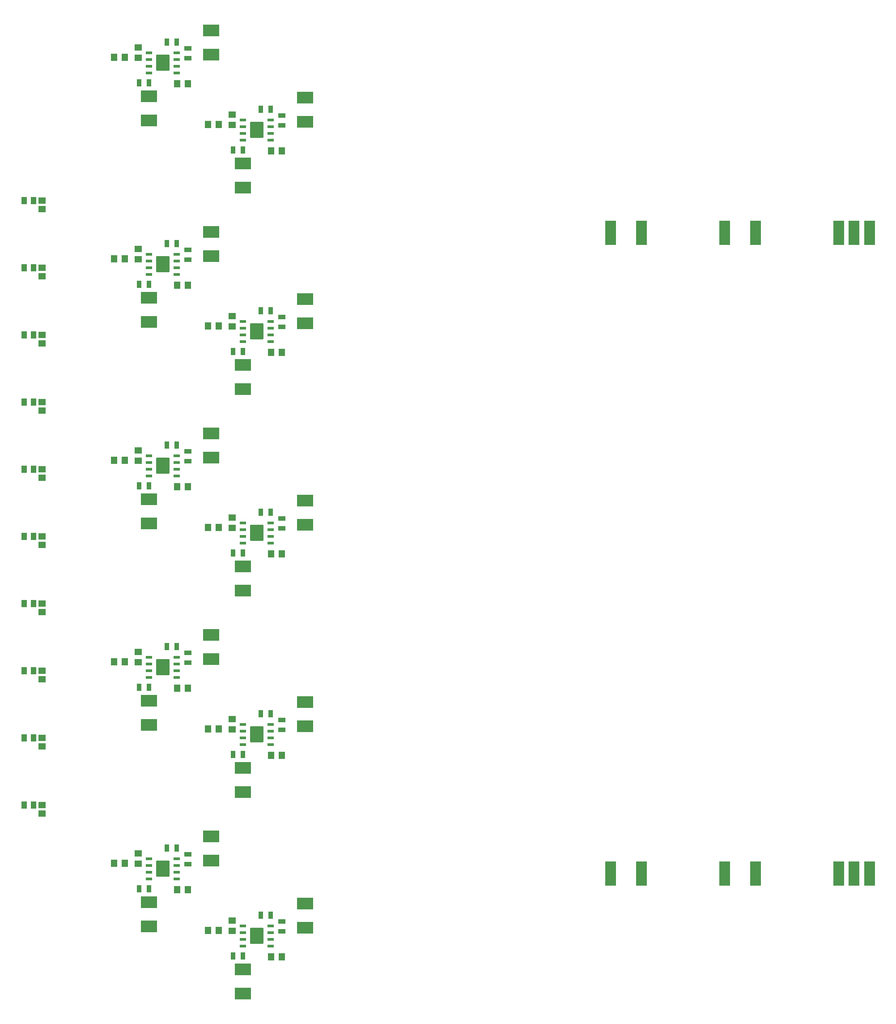
<source format=gbr>
%TF.GenerationSoftware,Altium Limited,Altium Designer,25.0.2 (28)*%
G04 Layer_Color=8421504*
%FSLAX45Y45*%
%MOMM*%
%TF.SameCoordinates,97F7605E-EDA1-4B57-83DE-D803DCB7673D*%
%TF.FilePolarity,Positive*%
%TF.FileFunction,Paste,Top*%
%TF.Part,Single*%
G01*
G75*
%TA.AperFunction,SMDPad,CuDef*%
%ADD10R,1.45000X1.20000*%
%ADD11R,1.20000X1.45000*%
%ADD12R,0.95000X1.40000*%
%ADD13R,2.03200X4.57200*%
G04:AMPARAMS|DCode=15|XSize=0.55mm|YSize=1.25mm|CornerRadius=0.0495mm|HoleSize=0mm|Usage=FLASHONLY|Rotation=90.000|XOffset=0mm|YOffset=0mm|HoleType=Round|Shape=RoundedRectangle|*
%AMROUNDEDRECTD15*
21,1,0.55000,1.15100,0,0,90.0*
21,1,0.45100,1.25000,0,0,90.0*
1,1,0.09900,0.57550,0.22550*
1,1,0.09900,0.57550,-0.22550*
1,1,0.09900,-0.57550,-0.22550*
1,1,0.09900,-0.57550,0.22550*
%
%ADD15ROUNDEDRECTD15*%
%ADD16R,3.04800X2.28600*%
%ADD17R,1.40000X0.95000*%
%ADD18R,1.45000X1.30000*%
%ADD19R,1.00000X1.35000*%
%TA.AperFunction,OtherPad,Pad U10-9 (88.9mm,80.01mm)*%
G04:AMPARAMS|DCode=55|XSize=2.49mm|YSize=3mm|CornerRadius=0.0498mm|HoleSize=0mm|Usage=FLASHONLY|Rotation=0.000|XOffset=0mm|YOffset=0mm|HoleType=Round|Shape=RoundedRectangle|*
%AMROUNDEDRECTD55*
21,1,2.49000,2.90040,0,0,0.0*
21,1,2.39040,3.00000,0,0,0.0*
1,1,0.09960,1.19520,-1.45020*
1,1,0.09960,-1.19520,-1.45020*
1,1,0.09960,-1.19520,1.45020*
1,1,0.09960,1.19520,1.45020*
%
%ADD55ROUNDEDRECTD55*%
%TA.AperFunction,OtherPad,Pad U2-9 (88.9mm,232.41mm)*%
G04:AMPARAMS|DCode=56|XSize=2.49mm|YSize=3mm|CornerRadius=0.0498mm|HoleSize=0mm|Usage=FLASHONLY|Rotation=0.000|XOffset=0mm|YOffset=0mm|HoleType=Round|Shape=RoundedRectangle|*
%AMROUNDEDRECTD56*
21,1,2.49000,2.90040,0,0,0.0*
21,1,2.39040,3.00000,0,0,0.0*
1,1,0.09960,1.19520,-1.45020*
1,1,0.09960,-1.19520,-1.45020*
1,1,0.09960,-1.19520,1.45020*
1,1,0.09960,1.19520,1.45020*
%
%ADD56ROUNDEDRECTD56*%
%TA.AperFunction,OtherPad,Pad U4-9 (88.9mm,194.31mm)*%
G04:AMPARAMS|DCode=57|XSize=2.49mm|YSize=3mm|CornerRadius=0.0498mm|HoleSize=0mm|Usage=FLASHONLY|Rotation=0.000|XOffset=0mm|YOffset=0mm|HoleType=Round|Shape=RoundedRectangle|*
%AMROUNDEDRECTD57*
21,1,2.49000,2.90040,0,0,0.0*
21,1,2.39040,3.00000,0,0,0.0*
1,1,0.09960,1.19520,-1.45020*
1,1,0.09960,-1.19520,-1.45020*
1,1,0.09960,-1.19520,1.45020*
1,1,0.09960,1.19520,1.45020*
%
%ADD57ROUNDEDRECTD57*%
%TA.AperFunction,OtherPad,Pad U8-9 (88.9mm,118.11mm)*%
G04:AMPARAMS|DCode=58|XSize=2.49mm|YSize=3mm|CornerRadius=0.0498mm|HoleSize=0mm|Usage=FLASHONLY|Rotation=0.000|XOffset=0mm|YOffset=0mm|HoleType=Round|Shape=RoundedRectangle|*
%AMROUNDEDRECTD58*
21,1,2.49000,2.90040,0,0,0.0*
21,1,2.39040,3.00000,0,0,0.0*
1,1,0.09960,1.19520,-1.45020*
1,1,0.09960,-1.19520,-1.45020*
1,1,0.09960,-1.19520,1.45020*
1,1,0.09960,1.19520,1.45020*
%
%ADD58ROUNDEDRECTD58*%
%TA.AperFunction,OtherPad,Pad U6-9 (88.9mm,156.21mm)*%
G04:AMPARAMS|DCode=59|XSize=2.49mm|YSize=3mm|CornerRadius=0.0498mm|HoleSize=0mm|Usage=FLASHONLY|Rotation=0.000|XOffset=0mm|YOffset=0mm|HoleType=Round|Shape=RoundedRectangle|*
%AMROUNDEDRECTD59*
21,1,2.49000,2.90040,0,0,0.0*
21,1,2.39040,3.00000,0,0,0.0*
1,1,0.09960,1.19520,-1.45020*
1,1,0.09960,-1.19520,-1.45020*
1,1,0.09960,-1.19520,1.45020*
1,1,0.09960,1.19520,1.45020*
%
%ADD59ROUNDEDRECTD59*%
%TA.AperFunction,OtherPad,Pad U1-9 (71.12mm,245.11mm)*%
G04:AMPARAMS|DCode=60|XSize=2.49mm|YSize=3mm|CornerRadius=0.0498mm|HoleSize=0mm|Usage=FLASHONLY|Rotation=0.000|XOffset=0mm|YOffset=0mm|HoleType=Round|Shape=RoundedRectangle|*
%AMROUNDEDRECTD60*
21,1,2.49000,2.90040,0,0,0.0*
21,1,2.39040,3.00000,0,0,0.0*
1,1,0.09960,1.19520,-1.45020*
1,1,0.09960,-1.19520,-1.45020*
1,1,0.09960,-1.19520,1.45020*
1,1,0.09960,1.19520,1.45020*
%
%ADD60ROUNDEDRECTD60*%
%TA.AperFunction,OtherPad,Pad U3-9 (71.12mm,207.01mm)*%
G04:AMPARAMS|DCode=61|XSize=2.49mm|YSize=3mm|CornerRadius=0.0498mm|HoleSize=0mm|Usage=FLASHONLY|Rotation=0.000|XOffset=0mm|YOffset=0mm|HoleType=Round|Shape=RoundedRectangle|*
%AMROUNDEDRECTD61*
21,1,2.49000,2.90040,0,0,0.0*
21,1,2.39040,3.00000,0,0,0.0*
1,1,0.09960,1.19520,-1.45020*
1,1,0.09960,-1.19520,-1.45020*
1,1,0.09960,-1.19520,1.45020*
1,1,0.09960,1.19520,1.45020*
%
%ADD61ROUNDEDRECTD61*%
%TA.AperFunction,OtherPad,Pad U9-9 (71.12mm,92.71mm)*%
G04:AMPARAMS|DCode=62|XSize=2.49mm|YSize=3mm|CornerRadius=0.0498mm|HoleSize=0mm|Usage=FLASHONLY|Rotation=0.000|XOffset=0mm|YOffset=0mm|HoleType=Round|Shape=RoundedRectangle|*
%AMROUNDEDRECTD62*
21,1,2.49000,2.90040,0,0,0.0*
21,1,2.39040,3.00000,0,0,0.0*
1,1,0.09960,1.19520,-1.45020*
1,1,0.09960,-1.19520,-1.45020*
1,1,0.09960,-1.19520,1.45020*
1,1,0.09960,1.19520,1.45020*
%
%ADD62ROUNDEDRECTD62*%
%TA.AperFunction,OtherPad,Pad U7-9 (71.12mm,130.81mm)*%
G04:AMPARAMS|DCode=63|XSize=2.49mm|YSize=3mm|CornerRadius=0.0498mm|HoleSize=0mm|Usage=FLASHONLY|Rotation=0.000|XOffset=0mm|YOffset=0mm|HoleType=Round|Shape=RoundedRectangle|*
%AMROUNDEDRECTD63*
21,1,2.49000,2.90040,0,0,0.0*
21,1,2.39040,3.00000,0,0,0.0*
1,1,0.09960,1.19520,-1.45020*
1,1,0.09960,-1.19520,-1.45020*
1,1,0.09960,-1.19520,1.45020*
1,1,0.09960,1.19520,1.45020*
%
%ADD63ROUNDEDRECTD63*%
%TA.AperFunction,OtherPad,Pad U5-9 (71.12mm,168.91mm)*%
G04:AMPARAMS|DCode=64|XSize=2.49mm|YSize=3mm|CornerRadius=0.0498mm|HoleSize=0mm|Usage=FLASHONLY|Rotation=0.000|XOffset=0mm|YOffset=0mm|HoleType=Round|Shape=RoundedRectangle|*
%AMROUNDEDRECTD64*
21,1,2.49000,2.90040,0,0,0.0*
21,1,2.39040,3.00000,0,0,0.0*
1,1,0.09960,1.19520,-1.45020*
1,1,0.09960,-1.19520,-1.45020*
1,1,0.09960,-1.19520,1.45020*
1,1,0.09960,1.19520,1.45020*
%
%ADD64ROUNDEDRECTD64*%
D10*
X6642100Y24801500D02*
D03*
Y24601500D02*
D03*
X8420100Y8091500D02*
D03*
Y8291500D02*
D03*
Y11901500D02*
D03*
Y12101500D02*
D03*
Y23331500D02*
D03*
Y23531500D02*
D03*
Y19521500D02*
D03*
Y19721500D02*
D03*
Y15711501D02*
D03*
Y15911501D02*
D03*
X6642100Y9361500D02*
D03*
Y9561500D02*
D03*
Y13171500D02*
D03*
Y13371500D02*
D03*
Y20791499D02*
D03*
Y20991499D02*
D03*
Y16981500D02*
D03*
Y17181500D02*
D03*
D11*
X6386500Y24612601D02*
D03*
X6186500D02*
D03*
X7964500Y8102600D02*
D03*
X8164500D02*
D03*
X7964500Y11912600D02*
D03*
X8164500D02*
D03*
X7964500Y23342599D02*
D03*
X8164500D02*
D03*
X7964500Y19532600D02*
D03*
X8164500D02*
D03*
X9158300Y22847301D02*
D03*
X9358300D02*
D03*
X9158300Y19037300D02*
D03*
X9358300D02*
D03*
X9158300Y7607300D02*
D03*
X9358300D02*
D03*
X9158300Y11417300D02*
D03*
X9358300D02*
D03*
X7964500Y15722600D02*
D03*
X8164500D02*
D03*
X9158300Y15227299D02*
D03*
X9358300D02*
D03*
X6186500Y9372600D02*
D03*
X6386500D02*
D03*
X6186500Y20802600D02*
D03*
X6386500D02*
D03*
X6186500Y13182600D02*
D03*
X6386500D02*
D03*
X7380300Y8877300D02*
D03*
X7580300D02*
D03*
X7380300Y12687300D02*
D03*
X7580300D02*
D03*
X7380300Y24117300D02*
D03*
X7580300D02*
D03*
X7380300Y20307300D02*
D03*
X7580300D02*
D03*
X7380300Y16497301D02*
D03*
X7580300D02*
D03*
X6186500Y16992599D02*
D03*
X6386500D02*
D03*
D12*
X7369600Y24904700D02*
D03*
X7184600D02*
D03*
X8626900Y22860001D02*
D03*
X8441900D02*
D03*
X8626900Y19050000D02*
D03*
X8441900D02*
D03*
X8626900Y7620000D02*
D03*
X8441900D02*
D03*
X8626900Y11430000D02*
D03*
X8441900D02*
D03*
X8962600Y8394700D02*
D03*
X9147600D02*
D03*
X8962600Y12204700D02*
D03*
X9147600D02*
D03*
X8962600Y23634700D02*
D03*
X9147600D02*
D03*
X8962600Y19824699D02*
D03*
X9147600D02*
D03*
X8626900Y15239999D02*
D03*
X8441900D02*
D03*
X8962600Y16014700D02*
D03*
X9147600D02*
D03*
X6848900Y12700000D02*
D03*
X6663900D02*
D03*
X7184600Y13474699D02*
D03*
X7369600D02*
D03*
X7184600Y9664700D02*
D03*
X7369600D02*
D03*
X7184600Y21094701D02*
D03*
X7369600D02*
D03*
X6848900Y8890000D02*
D03*
X6663900D02*
D03*
X6848900Y24130000D02*
D03*
X6663900D02*
D03*
X6848900Y20320000D02*
D03*
X6663900D02*
D03*
X6848900Y16510001D02*
D03*
X6663900D02*
D03*
X7184600Y17284700D02*
D03*
X7369600D02*
D03*
D13*
X15582899Y9182100D02*
D03*
X16167099D02*
D03*
X17741901D02*
D03*
X18326100D02*
D03*
X19900900D02*
D03*
X20485100D02*
D03*
X20192999D02*
D03*
X19900900Y21297900D02*
D03*
X20485100D02*
D03*
X20192999D02*
D03*
X17741901D02*
D03*
X18326100D02*
D03*
X16167101D02*
D03*
X15582899D02*
D03*
D15*
X8627500Y8191500D02*
D03*
Y8064500D02*
D03*
Y7937500D02*
D03*
Y7810500D02*
D03*
X9152500Y8191500D02*
D03*
Y8064500D02*
D03*
Y7937500D02*
D03*
Y7810500D02*
D03*
X8627500Y23431500D02*
D03*
Y23304500D02*
D03*
Y23177499D02*
D03*
Y23050500D02*
D03*
X9152500Y23431500D02*
D03*
Y23304500D02*
D03*
Y23177499D02*
D03*
Y23050500D02*
D03*
X8627500Y19621500D02*
D03*
Y19494501D02*
D03*
Y19367500D02*
D03*
Y19240500D02*
D03*
X9152500Y19621500D02*
D03*
Y19494501D02*
D03*
Y19367500D02*
D03*
Y19240500D02*
D03*
X8627500Y12001500D02*
D03*
Y11874500D02*
D03*
Y11747500D02*
D03*
Y11620500D02*
D03*
X9152500Y12001500D02*
D03*
Y11874500D02*
D03*
Y11747500D02*
D03*
Y11620500D02*
D03*
X8627500Y15811501D02*
D03*
Y15684500D02*
D03*
Y15557500D02*
D03*
Y15430499D02*
D03*
X9152500Y15811501D02*
D03*
Y15684500D02*
D03*
Y15557500D02*
D03*
Y15430499D02*
D03*
X6849500Y24701500D02*
D03*
Y24574500D02*
D03*
Y24447501D02*
D03*
Y24320500D02*
D03*
X7374500Y24701500D02*
D03*
Y24574500D02*
D03*
Y24447501D02*
D03*
Y24320500D02*
D03*
X6849500Y20891499D02*
D03*
Y20764500D02*
D03*
Y20637500D02*
D03*
Y20510500D02*
D03*
X7374500Y20891499D02*
D03*
Y20764500D02*
D03*
Y20637500D02*
D03*
Y20510500D02*
D03*
X6849500Y9461500D02*
D03*
Y9334500D02*
D03*
Y9207500D02*
D03*
Y9080500D02*
D03*
X7374500Y9461500D02*
D03*
Y9334500D02*
D03*
Y9207500D02*
D03*
Y9080500D02*
D03*
X6849500Y13271500D02*
D03*
Y13144501D02*
D03*
Y13017500D02*
D03*
Y12890500D02*
D03*
X7374500Y13271500D02*
D03*
Y13144501D02*
D03*
Y13017500D02*
D03*
Y12890500D02*
D03*
X6849500Y17081500D02*
D03*
Y16954500D02*
D03*
Y16827499D02*
D03*
Y16700500D02*
D03*
X7374500Y17081500D02*
D03*
Y16954500D02*
D03*
Y16827499D02*
D03*
Y16700500D02*
D03*
D16*
X9804400Y8610600D02*
D03*
Y8153400D02*
D03*
Y12420600D02*
D03*
Y11963400D02*
D03*
Y23850600D02*
D03*
Y23393401D02*
D03*
Y20040601D02*
D03*
Y19583400D02*
D03*
X8623300Y6908800D02*
D03*
Y7366000D02*
D03*
Y10718800D02*
D03*
Y11176000D02*
D03*
Y22148801D02*
D03*
Y22606000D02*
D03*
Y18338800D02*
D03*
Y18796001D02*
D03*
Y14528799D02*
D03*
Y14986000D02*
D03*
X9804400Y16230600D02*
D03*
Y15773399D02*
D03*
X8026400Y9880600D02*
D03*
Y9423400D02*
D03*
Y13690601D02*
D03*
Y13233400D02*
D03*
Y25120599D02*
D03*
Y24663400D02*
D03*
Y21310600D02*
D03*
Y20853400D02*
D03*
Y17500600D02*
D03*
Y17043401D02*
D03*
X6845300Y8178800D02*
D03*
Y8636000D02*
D03*
Y11988800D02*
D03*
Y12446000D02*
D03*
Y23418800D02*
D03*
Y23875999D02*
D03*
Y19608800D02*
D03*
Y20066000D02*
D03*
Y15798801D02*
D03*
Y16256000D02*
D03*
D17*
X9359900Y23326300D02*
D03*
Y23511301D02*
D03*
Y19516299D02*
D03*
Y19701300D02*
D03*
Y8086300D02*
D03*
Y8271300D02*
D03*
Y11896300D02*
D03*
Y12081300D02*
D03*
Y15706300D02*
D03*
Y15891299D02*
D03*
X7581900Y24596300D02*
D03*
Y24781300D02*
D03*
Y20786301D02*
D03*
Y20971300D02*
D03*
Y9356300D02*
D03*
Y9541300D02*
D03*
Y13166299D02*
D03*
Y13351300D02*
D03*
Y16976300D02*
D03*
Y17161301D02*
D03*
D18*
X4826000Y21742500D02*
D03*
Y21907500D02*
D03*
Y20472501D02*
D03*
Y20637502D02*
D03*
Y19202501D02*
D03*
Y19367500D02*
D03*
Y17932501D02*
D03*
Y18097501D02*
D03*
Y16662502D02*
D03*
Y16827501D02*
D03*
Y15392500D02*
D03*
Y15557501D02*
D03*
Y14122501D02*
D03*
Y14287502D02*
D03*
Y12852501D02*
D03*
Y13017500D02*
D03*
Y11582501D02*
D03*
Y11747501D02*
D03*
Y10312501D02*
D03*
Y10477501D02*
D03*
D19*
X4662000Y15557500D02*
D03*
X4482000D02*
D03*
Y21907500D02*
D03*
X4662000D02*
D03*
X4482000Y14287500D02*
D03*
X4662000D02*
D03*
X4482000Y20637500D02*
D03*
X4662000D02*
D03*
X4482000Y13017500D02*
D03*
X4662000D02*
D03*
X4482000Y19367500D02*
D03*
X4662000D02*
D03*
X4482000Y11747500D02*
D03*
X4662000D02*
D03*
X4482000Y18097501D02*
D03*
X4662000D02*
D03*
X4482000Y10477500D02*
D03*
X4662000D02*
D03*
X4482000Y16827499D02*
D03*
X4662000D02*
D03*
D55*
X8890000Y8001000D02*
D03*
D56*
Y23241000D02*
D03*
D57*
Y19431000D02*
D03*
D58*
Y11811000D02*
D03*
D59*
Y15621001D02*
D03*
D60*
X7112000Y24511000D02*
D03*
D61*
Y20700999D02*
D03*
D62*
Y9271000D02*
D03*
D63*
Y13081000D02*
D03*
D64*
Y16891000D02*
D03*
%TF.MD5,a538fe885e0bda6f90db06bba4b6bcfd*%
M02*

</source>
